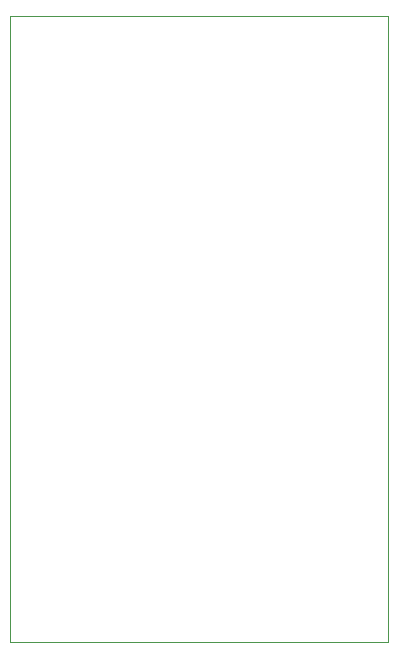
<source format=gm1>
G04 #@! TF.GenerationSoftware,KiCad,Pcbnew,(5.1.8)-1*
G04 #@! TF.CreationDate,2021-01-03T21:05:33+07:00*
G04 #@! TF.ProjectId,FT600_Adapter,46543630-305f-4416-9461-707465722e6b,rev?*
G04 #@! TF.SameCoordinates,Original*
G04 #@! TF.FileFunction,Profile,NP*
%FSLAX46Y46*%
G04 Gerber Fmt 4.6, Leading zero omitted, Abs format (unit mm)*
G04 Created by KiCad (PCBNEW (5.1.8)-1) date 2021-01-03 21:05:33*
%MOMM*%
%LPD*%
G01*
G04 APERTURE LIST*
G04 #@! TA.AperFunction,Profile*
%ADD10C,0.050000*%
G04 #@! TD*
G04 APERTURE END LIST*
D10*
X107000000Y-77000000D02*
X107000000Y-130000000D01*
X139000000Y-77000000D02*
X107000000Y-77000000D01*
X139000000Y-130000000D02*
X139000000Y-77000000D01*
X107000000Y-130000000D02*
X139000000Y-130000000D01*
M02*

</source>
